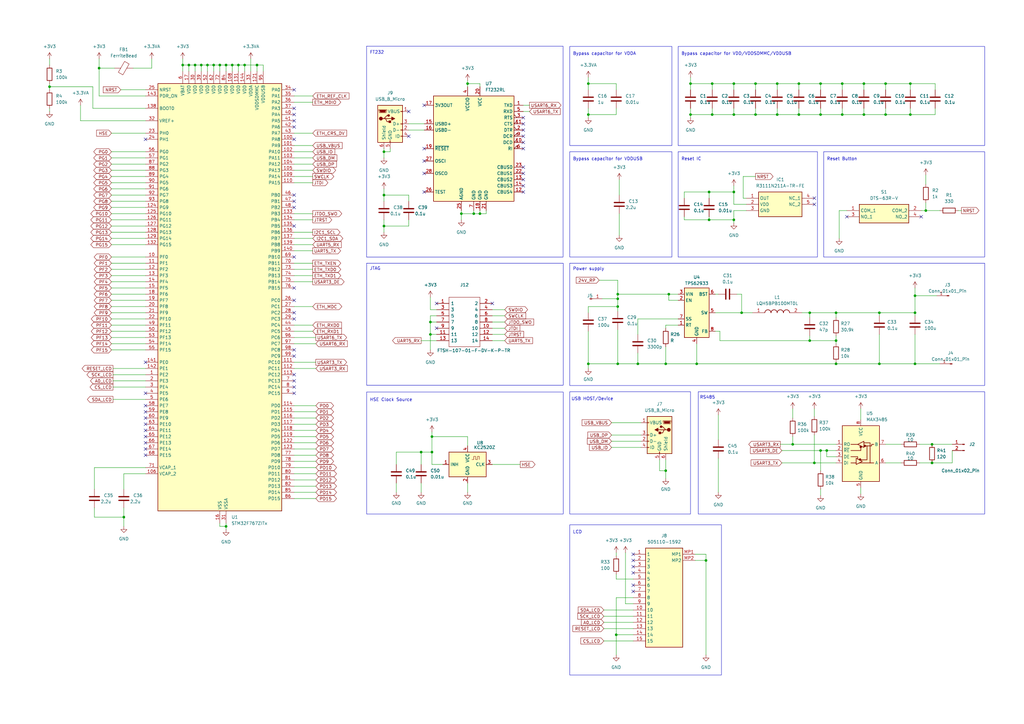
<source format=kicad_sch>
(kicad_sch (version 20231120) (generator "eeschema") (generator_version "8.0")
  (paper "A3")
  (junction (at 252.73 260.35))
  (junction (at 382.27 182.245))
  (junction (at 253.365 149.225))
  (junction (at 332.105 128.27))
  (junction (at 241.3 149.225))
  (junction (at 283.21 34.29))
  (junction (at 100.33 26.67))
  (junction (at 327.66 34.29))
  (junction (at 325.12 182.245))
  (junction (at 375.285 128.27))
  (junction (at 342.9 139.7))
  (junction (at 196.85 87.63))
  (junction (at 157.48 62.23))
  (junction (at 345.44 34.29))
  (junction (at 290.83 90.17))
  (junction (at 354.33 46.99))
  (junction (at 342.9 128.27))
  (junction (at 334.01 189.865))
  (junction (at 50.8 212.09))
  (junction (at 304.165 128.27))
  (junction (at 77.47 26.67))
  (junction (at 300.99 90.17))
  (junction (at 253.365 125.73))
  (junction (at 363.22 34.29))
  (junction (at 92.71 26.67))
  (junction (at 289.56 229.87))
  (junction (at 375.285 149.225))
  (junction (at 74.93 26.67))
  (junction (at 273.05 149.225))
  (junction (at 90.17 26.67))
  (junction (at 332.105 139.7))
  (junction (at 300.99 34.29))
  (junction (at 82.55 26.67))
  (junction (at 327.66 46.99))
  (junction (at 300.99 78.74))
  (junction (at 309.88 34.29))
  (junction (at 85.09 26.67))
  (junction (at 318.77 34.29))
  (junction (at 379.73 86.36))
  (junction (at 345.44 46.99))
  (junction (at 172.72 185.42))
  (junction (at 176.53 137.16))
  (junction (at 336.55 184.785))
  (junction (at 360.68 128.27))
  (junction (at 360.68 149.225))
  (junction (at 273.05 193.04))
  (junction (at 274.32 120.65))
  (junction (at 342.9 149.225))
  (junction (at 92.71 215.9))
  (junction (at 373.38 34.29))
  (junction (at 253.365 122.555))
  (junction (at 354.33 34.29))
  (junction (at 292.1 34.29))
  (junction (at 309.88 46.99))
  (junction (at 97.79 26.67))
  (junction (at 189.23 87.63))
  (junction (at 87.63 26.67))
  (junction (at 285.75 149.225))
  (junction (at 194.31 87.63))
  (junction (at 318.77 46.99))
  (junction (at 300.99 46.99))
  (junction (at 80.01 26.67))
  (junction (at 105.41 26.67))
  (junction (at 20.32 35.56))
  (junction (at 292.1 46.99))
  (junction (at 241.3 34.29))
  (junction (at 191.77 34.29))
  (junction (at 176.53 132.08))
  (junction (at 241.3 46.99))
  (junction (at 95.25 26.67))
  (junction (at 157.48 80.01))
  (junction (at 290.83 78.74))
  (junction (at 283.21 46.99))
  (junction (at 382.27 189.865))
  (junction (at 336.55 46.99))
  (junction (at 375.285 121.285))
  (junction (at 336.55 34.29))
  (junction (at 261.62 149.225))
  (junction (at 339.09 184.785))
  (junction (at 157.48 92.71))
  (junction (at 177.165 185.42))
  (junction (at 177.165 179.07))
  (junction (at 40.64 27.94))
  (junction (at 253.365 120.65))
  (junction (at 363.22 46.99))
  (junction (at 373.38 46.99))
  (no_connect (at 214.63 50.8))
  (no_connect (at 120.65 118.11))
  (no_connect (at 59.69 148.59))
  (no_connect (at 120.65 46.99))
  (no_connect (at 120.65 143.51))
  (no_connect (at 214.63 58.42))
  (no_connect (at 59.69 161.29))
  (no_connect (at 214.63 71.12))
  (no_connect (at 120.65 36.83))
  (no_connect (at 214.63 60.96))
  (no_connect (at 173.99 60.96))
  (no_connect (at 173.99 66.04))
  (no_connect (at 334.01 83.82))
  (no_connect (at 179.07 134.62))
  (no_connect (at 259.715 234.95))
  (no_connect (at 214.63 55.88))
  (no_connect (at 120.65 52.07))
  (no_connect (at 120.65 92.71))
  (no_connect (at 59.69 171.45))
  (no_connect (at 259.715 229.87))
  (no_connect (at 120.65 146.05))
  (no_connect (at 173.99 43.18))
  (no_connect (at 59.69 168.91))
  (no_connect (at 59.69 166.37))
  (no_connect (at 120.65 80.01))
  (no_connect (at 167.64 55.88))
  (no_connect (at 59.69 176.53))
  (no_connect (at 59.69 186.69))
  (no_connect (at 214.63 68.58))
  (no_connect (at 173.99 71.12))
  (no_connect (at 59.69 57.15))
  (no_connect (at 259.715 232.41))
  (no_connect (at 173.99 78.74))
  (no_connect (at 120.65 44.45))
  (no_connect (at 167.64 45.72))
  (no_connect (at 120.65 123.19))
  (no_connect (at 347.345 88.9))
  (no_connect (at 120.65 130.81))
  (no_connect (at 214.63 76.2))
  (no_connect (at 120.65 82.55))
  (no_connect (at 120.65 128.27))
  (no_connect (at 214.63 48.26))
  (no_connect (at 120.65 85.09))
  (no_connect (at 259.715 242.57))
  (no_connect (at 120.65 49.53))
  (no_connect (at 59.69 184.15))
  (no_connect (at 179.07 124.46))
  (no_connect (at 214.63 53.34))
  (no_connect (at 334.01 81.28))
  (no_connect (at 201.93 124.46))
  (no_connect (at 120.65 156.21))
  (no_connect (at 120.65 158.75))
  (no_connect (at 59.69 179.07))
  (no_connect (at 377.825 88.9))
  (no_connect (at 259.715 227.33))
  (no_connect (at 120.65 161.29))
  (no_connect (at 120.65 153.67))
  (no_connect (at 59.69 181.61))
  (no_connect (at 259.715 240.03))
  (no_connect (at 214.63 78.74))
  (no_connect (at 59.69 173.99))
  (no_connect (at 120.65 57.15))
  (no_connect (at 120.65 105.41))
  (no_connect (at 214.63 73.66))
  (wire (pts (xy 38.1 35.56) (xy 20.32 35.56)))
  (wire (pts (xy 373.38 46.99) (xy 363.22 46.99)))
  (wire (pts (xy 325.12 182.245) (xy 342.9 182.245)))
  (wire (pts (xy 162.56 198.12) (xy 162.56 201.93)))
  (wire (pts (xy 253.365 120.65) (xy 253.365 122.555)))
  (wire (pts (xy 181.61 190.5) (xy 177.165 190.5)))
  (wire (pts (xy 92.71 26.67) (xy 92.71 29.21)))
  (wire (pts (xy 129.54 181.61) (xy 120.65 181.61)))
  (wire (pts (xy 102.87 24.13) (xy 102.87 29.21)))
  (wire (pts (xy 50.8 194.31) (xy 50.8 200.66)))
  (wire (pts (xy 33.02 49.53) (xy 59.69 49.53)))
  (wire (pts (xy 176.53 129.54) (xy 179.07 129.54)))
  (wire (pts (xy 300.99 34.29) (xy 300.99 36.83)))
  (wire (pts (xy 383.54 34.29) (xy 383.54 36.83)))
  (wire (pts (xy 191.77 34.29) (xy 191.77 35.56)))
  (wire (pts (xy 390.525 184.785) (xy 390.525 189.865)))
  (wire (pts (xy 120.65 62.23) (xy 128.27 62.23)))
  (wire (pts (xy 129.54 151.13) (xy 120.65 151.13)))
  (wire (pts (xy 120.65 41.91) (xy 128.27 41.91)))
  (wire (pts (xy 336.55 44.45) (xy 336.55 46.99)))
  (wire (pts (xy 129.54 186.69) (xy 120.65 186.69)))
  (wire (pts (xy 241.3 149.225) (xy 253.365 149.225)))
  (wire (pts (xy 241.3 135.89) (xy 241.3 149.225)))
  (wire (pts (xy 363.22 34.29) (xy 373.38 34.29)))
  (wire (pts (xy 336.55 200.66) (xy 336.55 203.2)))
  (wire (pts (xy 74.93 24.13) (xy 74.93 26.67)))
  (wire (pts (xy 377.825 86.36) (xy 379.73 86.36)))
  (wire (pts (xy 332.105 128.27) (xy 342.9 128.27)))
  (wire (pts (xy 278.13 120.65) (xy 274.32 120.65)))
  (wire (pts (xy 54.61 27.94) (xy 62.23 27.94)))
  (wire (pts (xy 20.32 34.29) (xy 20.32 35.56)))
  (wire (pts (xy 300.99 86.36) (xy 300.99 90.17)))
  (wire (pts (xy 167.64 90.17) (xy 167.64 92.71)))
  (wire (pts (xy 247.65 252.73) (xy 259.715 252.73)))
  (wire (pts (xy 38.735 191.77) (xy 38.735 200.66)))
  (wire (pts (xy 318.77 44.45) (xy 318.77 46.99)))
  (wire (pts (xy 373.38 44.45) (xy 373.38 46.99)))
  (wire (pts (xy 300.99 76.2) (xy 300.99 78.74)))
  (wire (pts (xy 252.73 46.99) (xy 241.3 46.99)))
  (wire (pts (xy 157.48 80.01) (xy 157.48 82.55)))
  (wire (pts (xy 45.72 110.49) (xy 59.69 110.49)))
  (wire (pts (xy 176.53 137.16) (xy 176.53 132.08)))
  (wire (pts (xy 393.065 86.36) (xy 394.335 86.36)))
  (wire (pts (xy 129.54 148.59) (xy 120.65 148.59)))
  (wire (pts (xy 120.65 39.37) (xy 128.27 39.37)))
  (wire (pts (xy 160.02 60.96) (xy 160.02 62.23)))
  (wire (pts (xy 334.01 167.64) (xy 334.01 170.815)))
  (wire (pts (xy 295.275 135.89) (xy 295.275 139.7)))
  (wire (pts (xy 120.65 95.25) (xy 128.27 95.25)))
  (wire (pts (xy 283.21 34.29) (xy 283.21 36.83)))
  (wire (pts (xy 320.04 182.245) (xy 325.12 182.245)))
  (wire (pts (xy 194.31 86.36) (xy 194.31 87.63)))
  (wire (pts (xy 250.825 180.975) (xy 262.89 180.975)))
  (wire (pts (xy 342.9 149.225) (xy 342.9 148.59)))
  (wire (pts (xy 201.93 127) (xy 207.01 127)))
  (wire (pts (xy 250.825 173.355) (xy 262.89 173.355)))
  (wire (pts (xy 92.71 214.63) (xy 92.71 215.9)))
  (wire (pts (xy 247.65 250.19) (xy 259.715 250.19)))
  (wire (pts (xy 92.71 26.67) (xy 90.17 26.67)))
  (wire (pts (xy 85.09 26.67) (xy 82.55 26.67)))
  (wire (pts (xy 290.83 88.9) (xy 290.83 90.17)))
  (wire (pts (xy 280.67 81.28) (xy 280.67 78.74)))
  (wire (pts (xy 252.73 245.11) (xy 259.715 245.11)))
  (wire (pts (xy 328.93 128.27) (xy 332.105 128.27)))
  (wire (pts (xy 189.23 87.63) (xy 189.23 90.17)))
  (wire (pts (xy 120.65 140.97) (xy 129.54 140.97)))
  (wire (pts (xy 285.75 140.97) (xy 285.75 149.225)))
  (wire (pts (xy 45.72 107.95) (xy 59.69 107.95)))
  (wire (pts (xy 295.275 139.7) (xy 332.105 139.7)))
  (wire (pts (xy 252.73 46.99) (xy 252.73 44.45)))
  (wire (pts (xy 107.95 29.21) (xy 107.95 26.67)))
  (wire (pts (xy 176.53 121.92) (xy 176.53 127)))
  (wire (pts (xy 304.165 128.27) (xy 304.165 120.65)))
  (wire (pts (xy 270.51 193.04) (xy 273.05 193.04)))
  (wire (pts (xy 300.99 34.29) (xy 309.88 34.29)))
  (wire (pts (xy 45.72 138.43) (xy 59.69 138.43)))
  (wire (pts (xy 157.48 90.17) (xy 157.48 92.71)))
  (wire (pts (xy 253.365 149.225) (xy 261.62 149.225)))
  (wire (pts (xy 129.54 191.77) (xy 120.65 191.77)))
  (wire (pts (xy 327.66 34.29) (xy 327.66 36.83)))
  (wire (pts (xy 304.8 72.39) (xy 309.88 72.39)))
  (wire (pts (xy 85.09 26.67) (xy 85.09 29.21)))
  (wire (pts (xy 252.73 260.35) (xy 252.73 245.11)))
  (wire (pts (xy 261.62 130.81) (xy 278.13 130.81)))
  (wire (pts (xy 45.72 97.79) (xy 59.69 97.79)))
  (wire (pts (xy 82.55 26.67) (xy 82.55 29.21)))
  (wire (pts (xy 363.22 44.45) (xy 363.22 46.99)))
  (wire (pts (xy 254 73.66) (xy 254 80.01)))
  (wire (pts (xy 45.72 72.39) (xy 59.69 72.39)))
  (wire (pts (xy 259.715 247.65) (xy 256.54 247.65)))
  (wire (pts (xy 241.3 128.27) (xy 241.3 125.73)))
  (wire (pts (xy 363.22 34.29) (xy 363.22 36.83)))
  (wire (pts (xy 332.105 128.27) (xy 332.105 130.175)))
  (wire (pts (xy 309.88 46.99) (xy 300.99 46.99)))
  (wire (pts (xy 345.44 34.29) (xy 354.33 34.29)))
  (wire (pts (xy 38.735 212.09) (xy 50.8 212.09)))
  (wire (pts (xy 292.1 46.99) (xy 283.21 46.99)))
  (wire (pts (xy 360.68 128.27) (xy 375.285 128.27)))
  (wire (pts (xy 336.55 184.785) (xy 336.55 193.04)))
  (wire (pts (xy 129.54 204.47) (xy 120.65 204.47)))
  (wire (pts (xy 273.05 149.225) (xy 261.62 149.225)))
  (wire (pts (xy 273.05 133.35) (xy 273.05 134.62)))
  (wire (pts (xy 33.02 43.18) (xy 33.02 49.53)))
  (wire (pts (xy 74.93 26.67) (xy 77.47 26.67)))
  (wire (pts (xy 354.33 34.29) (xy 363.22 34.29)))
  (wire (pts (xy 247.015 122.555) (xy 253.365 122.555)))
  (wire (pts (xy 250.825 183.515) (xy 262.89 183.515)))
  (wire (pts (xy 293.37 135.89) (xy 295.275 135.89)))
  (wire (pts (xy 342.9 137.795) (xy 342.9 139.7)))
  (wire (pts (xy 172.72 185.42) (xy 172.72 190.5)))
  (wire (pts (xy 306.07 86.36) (xy 300.99 86.36)))
  (wire (pts (xy 45.72 115.57) (xy 59.69 115.57)))
  (wire (pts (xy 256.54 226.695) (xy 256.54 247.65)))
  (wire (pts (xy 45.72 85.09) (xy 59.69 85.09)))
  (wire (pts (xy 379.73 83.185) (xy 379.73 86.36)))
  (wire (pts (xy 300.99 78.74) (xy 300.99 83.82)))
  (wire (pts (xy 45.72 105.41) (xy 59.69 105.41)))
  (wire (pts (xy 38.735 208.28) (xy 38.735 212.09)))
  (wire (pts (xy 129.54 171.45) (xy 120.65 171.45)))
  (wire (pts (xy 45.72 80.01) (xy 59.69 80.01)))
  (wire (pts (xy 342.9 139.7) (xy 342.9 140.97)))
  (wire (pts (xy 172.72 185.42) (xy 177.165 185.42)))
  (wire (pts (xy 273.05 193.04) (xy 273.05 196.215)))
  (wire (pts (xy 50.8 212.09) (xy 50.8 215.9)))
  (wire (pts (xy 253.365 122.555) (xy 253.365 125.73)))
  (wire (pts (xy 120.65 90.17) (xy 128.27 90.17)))
  (wire (pts (xy 241.3 46.99) (xy 241.3 48.26)))
  (wire (pts (xy 241.3 149.225) (xy 241.3 151.13)))
  (wire (pts (xy 344.17 97.79) (xy 344.17 86.36)))
  (wire (pts (xy 300.99 90.17) (xy 300.99 91.44)))
  (wire (pts (xy 157.48 92.71) (xy 157.48 95.25)))
  (wire (pts (xy 334.01 189.865) (xy 320.675 189.865)))
  (wire (pts (xy 177.165 179.07) (xy 191.77 179.07)))
  (wire (pts (xy 300.99 34.29) (xy 292.1 34.29)))
  (wire (pts (xy 354.33 34.29) (xy 354.33 36.83)))
  (wire (pts (xy 199.39 87.63) (xy 196.85 87.63)))
  (wire (pts (xy 363.22 182.245) (xy 369.57 182.245)))
  (wire (pts (xy 120.65 115.57) (xy 128.27 115.57)))
  (wire (pts (xy 177.165 177.165) (xy 177.165 179.07)))
  (wire (pts (xy 250.825 178.435) (xy 262.89 178.435)))
  (wire (pts (xy 360.68 149.225) (xy 342.9 149.225)))
  (wire (pts (xy 327.66 46.99) (xy 318.77 46.99)))
  (wire (pts (xy 167.64 50.8) (xy 173.99 50.8)))
  (wire (pts (xy 342.9 187.325) (xy 339.09 187.325)))
  (wire (pts (xy 325.12 167.64) (xy 325.12 171.45)))
  (wire (pts (xy 120.65 59.69) (xy 128.27 59.69)))
  (wire (pts (xy 292.1 34.29) (xy 283.21 34.29)))
  (wire (pts (xy 129.54 194.31) (xy 120.65 194.31)))
  (wire (pts (xy 90.17 26.67) (xy 90.17 29.21)))
  (wire (pts (xy 302.26 120.65) (xy 304.165 120.65)))
  (wire (pts (xy 280.67 90.17) (xy 290.83 90.17)))
  (wire (pts (xy 45.72 118.11) (xy 59.69 118.11)))
  (wire (pts (xy 45.72 100.33) (xy 59.69 100.33)))
  (wire (pts (xy 45.72 62.23) (xy 59.69 62.23)))
  (wire (pts (xy 45.72 133.35) (xy 59.69 133.35)))
  (wire (pts (xy 252.73 237.49) (xy 259.715 237.49)))
  (wire (pts (xy 332.105 137.795) (xy 332.105 139.7)))
  (wire (pts (xy 253.365 114.935) (xy 253.365 120.65)))
  (wire (pts (xy 294.64 187.96) (xy 294.64 201.93)))
  (wire (pts (xy 87.63 26.67) (xy 87.63 29.21)))
  (wire (pts (xy 95.25 26.67) (xy 92.71 26.67)))
  (wire (pts (xy 82.55 26.67) (xy 80.01 26.67)))
  (wire (pts (xy 162.56 185.42) (xy 172.72 185.42)))
  (wire (pts (xy 245.745 114.935) (xy 253.365 114.935)))
  (wire (pts (xy 129.54 176.53) (xy 120.65 176.53)))
  (wire (pts (xy 383.54 44.45) (xy 383.54 46.99)))
  (wire (pts (xy 336.55 34.29) (xy 345.44 34.29)))
  (wire (pts (xy 382.27 182.245) (xy 390.525 182.245)))
  (wire (pts (xy 167.64 53.34) (xy 173.99 53.34)))
  (wire (pts (xy 289.56 227.33) (xy 285.115 227.33)))
  (wire (pts (xy 45.72 140.97) (xy 59.69 140.97)))
  (wire (pts (xy 45.72 125.73) (xy 59.69 125.73)))
  (wire (pts (xy 252.73 34.29) (xy 241.3 34.29)))
  (wire (pts (xy 241.3 31.75) (xy 241.3 34.29)))
  (wire (pts (xy 252.73 260.35) (xy 252.73 268.605)))
  (wire (pts (xy 160.02 62.23) (xy 157.48 62.23)))
  (wire (pts (xy 50.8 208.28) (xy 50.8 212.09)))
  (wire (pts (xy 241.3 125.73) (xy 253.365 125.73)))
  (wire (pts (xy 62.23 27.94) (xy 62.23 24.13)))
  (wire (pts (xy 363.22 46.99) (xy 354.33 46.99)))
  (wire (pts (xy 45.72 120.65) (xy 59.69 120.65)))
  (wire (pts (xy 318.77 46.99) (xy 309.88 46.99)))
  (wire (pts (xy 354.33 44.45) (xy 354.33 46.99)))
  (wire (pts (xy 325.12 179.07) (xy 325.12 182.245)))
  (wire (pts (xy 128.27 72.39) (xy 120.65 72.39)))
  (wire (pts (xy 120.65 67.31) (xy 128.27 67.31)))
  (wire (pts (xy 189.23 86.36) (xy 189.23 87.63)))
  (wire (pts (xy 334.01 178.435) (xy 334.01 189.865)))
  (wire (pts (xy 196.85 34.29) (xy 191.77 34.29)))
  (wire (pts (xy 207.01 137.16) (xy 201.93 137.16)))
  (wire (pts (xy 120.65 107.95) (xy 128.27 107.95)))
  (wire (pts (xy 100.33 26.67) (xy 97.79 26.67)))
  (wire (pts (xy 377.19 182.245) (xy 382.27 182.245)))
  (wire (pts (xy 95.25 26.67) (xy 95.25 29.21)))
  (wire (pts (xy 196.85 87.63) (xy 194.31 87.63)))
  (wire (pts (xy 327.66 44.45) (xy 327.66 46.99)))
  (wire (pts (xy 318.77 34.29) (xy 327.66 34.29)))
  (wire (pts (xy 342.9 128.27) (xy 342.9 130.175)))
  (wire (pts (xy 49.53 36.83) (xy 59.69 36.83)))
  (wire (pts (xy 280.67 78.74) (xy 290.83 78.74)))
  (wire (pts (xy 120.65 125.73) (xy 128.27 125.73)))
  (wire (pts (xy 90.17 26.67) (xy 87.63 26.67)))
  (wire (pts (xy 199.39 86.36) (xy 199.39 87.63)))
  (wire (pts (xy 292.1 44.45) (xy 292.1 46.99)))
  (wire (pts (xy 120.65 135.89) (xy 128.27 135.89)))
  (wire (pts (xy 77.47 26.67) (xy 77.47 29.21)))
  (wire (pts (xy 45.72 77.47) (xy 59.69 77.47)))
  (wire (pts (xy 214.63 43.18) (xy 217.17 43.18)))
  (wire (pts (xy 157.48 62.23) (xy 157.48 64.77)))
  (wire (pts (xy 353.06 167.64) (xy 353.06 172.085)))
  (wire (pts (xy 97.79 26.67) (xy 97.79 29.21)))
  (wire (pts (xy 383.54 46.99) (xy 373.38 46.99)))
  (wire (pts (xy 309.88 36.83) (xy 309.88 34.29)))
  (wire (pts (xy 128.27 74.93) (xy 120.65 74.93)))
  (wire (pts (xy 176.53 132.08) (xy 179.07 132.08)))
  (wire (pts (xy 120.65 87.63) (xy 128.27 87.63)))
  (wire (pts (xy 273.05 188.595) (xy 273.05 193.04)))
  (wire (pts (xy 46.355 156.21) (xy 59.69 156.21)))
  (wire (pts (xy 87.63 26.67) (xy 85.09 26.67)))
  (wire (pts (xy 172.72 139.7) (xy 179.07 139.7)))
  (wire (pts (xy 45.72 135.89) (xy 59.69 135.89)))
  (wire (pts (xy 45.72 130.81) (xy 59.69 130.81)))
  (wire (pts (xy 345.44 46.99) (xy 336.55 46.99)))
  (wire (pts (xy 377.19 189.865) (xy 382.27 189.865)))
  (wire (pts (xy 162.56 185.42) (xy 162.56 190.5)))
  (wire (pts (xy 120.65 138.43) (xy 129.54 138.43)))
  (wire (pts (xy 167.64 80.01) (xy 157.48 80.01)))
  (wire (pts (xy 247.65 262.89) (xy 259.715 262.89)))
  (wire (pts (xy 129.54 189.23) (xy 120.65 189.23)))
  (wire (pts (xy 253.365 127.635) (xy 253.365 125.73)))
  (wire (pts (xy 379.73 86.36) (xy 385.445 86.36)))
  (wire (pts (xy 191.77 179.07) (xy 191.77 182.88)))
  (wire (pts (xy 128.27 100.33) (xy 120.65 100.33)))
  (wire (pts (xy 270.51 188.595) (xy 270.51 193.04)))
  (wire (pts (xy 128.27 102.87) (xy 120.65 102.87)))
  (wire (pts (xy 278.13 123.19) (xy 274.32 123.19)))
  (wire (pts (xy 45.72 95.25) (xy 59.69 95.25)))
  (wire (pts (xy 318.77 36.83) (xy 318.77 34.29)))
  (wire (pts (xy 40.64 27.94) (xy 46.99 27.94)))
  (wire (pts (xy 300.99 46.99) (xy 292.1 46.99)))
  (wire (pts (xy 40.64 24.13) (xy 40.64 27.94)))
  (wire (pts (xy 360.68 129.54) (xy 360.68 128.27)))
  (wire (pts (xy 363.22 189.865) (xy 369.57 189.865)))
  (wire (pts (xy 285.115 229.87) (xy 289.56 229.87)))
  (wire (pts (xy 120.65 113.03) (xy 128.27 113.03)))
  (wire (pts (xy 353.06 200.025) (xy 353.06 202.565)))
  (wire (pts (xy 290.83 78.74) (xy 290.83 81.28)))
  (wire (pts (xy 375.285 149.225) (xy 385.445 149.225)))
  (wire (pts (xy 292.1 34.29) (xy 292.1 36.83)))
  (wire (pts (xy 45.72 87.63) (xy 59.69 87.63)))
  (wire (pts (xy 247.65 257.81) (xy 259.715 257.81)))
  (wire (pts (xy 59.69 191.77) (xy 38.735 191.77)))
  (wire (pts (xy 120.65 133.35) (xy 128.27 133.35)))
  (wire (pts (xy 280.67 88.9) (xy 280.67 90.17)))
  (wire (pts (xy 332.105 139.7) (xy 342.9 139.7)))
  (wire (pts (xy 309.88 44.45) (xy 309.88 46.99)))
  (wire (pts (xy 120.65 110.49) (xy 128.27 110.49)))
  (wire (pts (xy 176.53 137.16) (xy 179.07 137.16)))
  (wire (pts (xy 177.165 185.42) (xy 177.165 179.07)))
  (wire (pts (xy 201.93 132.08) (xy 207.01 132.08)))
  (wire (pts (xy 46.355 163.83) (xy 59.69 163.83)))
  (wire (pts (xy 38.1 44.45) (xy 38.1 35.56)))
  (wire (pts (xy 354.33 46.99) (xy 345.44 46.99)))
  (wire (pts (xy 45.72 54.61) (xy 59.69 54.61)))
  (wire (pts (xy 167.64 92.71) (xy 157.48 92.71)))
  (wire (pts (xy 294.64 170.18) (xy 294.64 180.34)))
  (wire (pts (xy 194.31 87.63) (xy 189.23 87.63)))
  (wire (pts (xy 90.17 214.63) (xy 90.17 215.9)))
  (wire (pts (xy 92.71 215.9) (xy 92.71 217.17)))
  (wire (pts (xy 105.41 26.67) (xy 105.41 29.21)))
  (wire (pts (xy 283.21 31.75) (xy 283.21 34.29)))
  (wire (pts (xy 120.65 97.79) (xy 128.27 97.79)))
  (wire (pts (xy 196.85 35.56) (xy 196.85 34.29)))
  (wire (pts (xy 339.09 184.785) (xy 342.9 184.785)))
  (wire (pts (xy 120.65 64.77) (xy 128.27 64.77)))
  (wire (pts (xy 207.01 139.7) (xy 201.93 139.7)))
  (wire (pts (xy 191.77 198.12) (xy 191.77 201.93)))
  (wire (pts (xy 336.55 46.99) (xy 327.66 46.99)))
  (wire (pts (xy 283.21 46.99) (xy 283.21 48.26)))
  (wire (pts (xy 375.285 137.16) (xy 375.285 149.225)))
  (wire (pts (xy 293.37 120.65) (xy 294.64 120.65)))
  (wire (pts (xy 253.365 135.255) (xy 253.365 149.225)))
  (wire (pts (xy 191.77 33.02) (xy 191.77 34.29)))
  (wire (pts (xy 129.54 184.15) (xy 120.65 184.15)))
  (wire (pts (xy 336.55 36.83) (xy 336.55 34.29)))
  (wire (pts (xy 129.54 201.93) (xy 120.65 201.93)))
  (wire (pts (xy 345.44 44.45) (xy 345.44 46.99)))
  (wire (pts (xy 45.72 128.27) (xy 59.69 128.27)))
  (wire (pts (xy 304.8 81.28) (xy 304.8 72.39)))
  (wire (pts (xy 80.01 26.67) (xy 80.01 29.21)))
  (wire (pts (xy 327.66 34.29) (xy 336.55 34.29)))
  (wire (pts (xy 46.355 151.13) (xy 59.69 151.13)))
  (wire (pts (xy 129.54 166.37) (xy 120.65 166.37)))
  (wire (pts (xy 252.73 235.585) (xy 252.73 237.49)))
  (wire (pts (xy 304.165 128.27) (xy 308.61 128.27)))
  (wire (pts (xy 196.85 86.36) (xy 196.85 87.63)))
  (wire (pts (xy 342.9 189.865) (xy 334.01 189.865)))
  (wire (pts (xy 207.01 134.62) (xy 201.93 134.62)))
  (wire (pts (xy 45.72 143.51) (xy 59.69 143.51)))
  (wire (pts (xy 129.54 179.07) (xy 120.65 179.07)))
  (wire (pts (xy 46.355 153.67) (xy 59.69 153.67)))
  (wire (pts (xy 20.32 44.45) (xy 20.32 45.72)))
  (wire (pts (xy 320.675 184.785) (xy 336.55 184.785)))
  (wire (pts (xy 336.55 184.785) (xy 339.09 184.785)))
  (wire (pts (xy 167.64 82.55) (xy 167.64 80.01)))
  (wire (pts (xy 59.69 44.45) (xy 38.1 44.45)))
  (wire (pts (xy 45.72 90.17) (xy 59.69 90.17)))
  (wire (pts (xy 45.72 69.85) (xy 59.69 69.85)))
  (wire (pts (xy 289.56 229.87) (xy 289.56 227.33)))
  (wire (pts (xy 97.79 26.67) (xy 95.25 26.67)))
  (wire (pts (xy 306.07 81.28) (xy 304.8 81.28)))
  (wire (pts (xy 278.13 133.35) (xy 273.05 133.35)))
  (wire (pts (xy 373.38 34.29) (xy 383.54 34.29)))
  (wire (pts (xy 379.73 71.755) (xy 379.73 75.565)))
  (wire (pts (xy 375.285 121.285) (xy 375.285 128.27)))
  (wire (pts (xy 129.54 173.99) (xy 120.65 173.99)))
  (wire (pts (xy 345.44 34.29) (xy 345.44 36.83)))
  (wire (pts (xy 177.165 190.5) (xy 177.165 185.42)))
  (wire (pts (xy 129.54 196.85) (xy 120.65 196.85)))
  (wire (pts (xy 247.65 255.27) (xy 259.715 255.27)))
  (wire (pts (xy 360.68 128.27) (xy 342.9 128.27)))
  (wire (pts (xy 273.05 149.225) (xy 285.75 149.225)))
  (wire (pts (xy 342.9 149.225) (xy 285.75 149.225)))
  (wire (pts (xy 293.37 128.27) (xy 304.165 128.27)))
  (wire (pts (xy 241.3 46.99) (xy 241.3 44.45)))
  (wire (pts (xy 274.32 123.19) (xy 274.32 120.65)))
  (wire (pts (xy 176.53 127) (xy 179.07 127)))
  (wire (pts (xy 157.48 77.47) (xy 157.48 80.01)))
  (wire (pts (xy 172.72 198.12) (xy 172.72 201.93)))
  (wire (pts (xy 390.525 189.865) (xy 382.27 189.865)))
  (wire (pts (xy 157.48 60.96) (xy 157.48 62.23)))
  (wire (pts (xy 360.68 137.16) (xy 360.68 149.225)))
  (wire (pts (xy 40.64 27.94) (xy 40.64 39.37)))
  (wire (pts (xy 90.17 215.9) (xy 92.71 215.9)))
  (wire (pts (xy 254 87.63) (xy 254 96.52)))
  (wire (pts (xy 100.33 26.67) (xy 100.33 29.21)))
  (wire (pts (xy 300.99 83.82) (xy 306.07 83.82)))
  (wire (pts (xy 252.73 260.35) (xy 259.715 260.35)))
  (wire (pts (xy 261.62 144.78) (xy 261.62 149.225)))
  (wire (pts (xy 339.09 187.325) (xy 339.09 184.785)))
  (wire (pts (xy 252.73 226.695) (xy 252.73 227.965)))
  (wire (pts (xy 45.72 67.31) (xy 59.69 67.31)))
  (wire (pts (xy 375.285 129.54) (xy 375.285 128.27)))
  (wire (pts (xy 45.72 113.03) (xy 59.69 113.03)))
  (wire (pts (xy 45.72 82.55) (xy 59.69 82.55)))
  (wire (pts (xy 214.63 45.72) (xy 217.17 45.72)))
  (wire (pts (xy 20.32 24.13) (xy 20.32 26.67)))
  (wire (pts (xy 300.99 44.45) (xy 300.99 46.99)))
  (wire (pts (xy 176.53 143.51) (xy 176.53 137.16)))
  (wire (pts (xy 45.72 74.93) (xy 59.69 74.93)))
  (wire (pts (xy 290.83 90.17) (xy 300.99 90.17)))
  (wire (pts (xy 40.64 39.37) (xy 59.69 39.37)))
  (wire (pts (xy 128.27 69.85) (xy 120.65 69.85)))
  (wire (pts (xy 129.54 168.91) (xy 120.65 168.91)))
  (wire (pts (xy 344.17 86.36) (xy 347.345 86.36)))
  (wire (pts (xy 373.38 34.29) (xy 373.38 36.83)))
  (wire (pts (xy 252.73 36.83) (xy 252.73 34.29)))
  (wire (pts (xy 59.69 194.31) (xy 50.8 194.31)))
  (wire (pts (xy 273.05 142.24) (xy 273.05 149.225)))
  (wire (pts (xy 375.285 118.11) (xy 375.285 121.285)))
  (wire (pts (xy 100.33 26.67) (xy 105.41 26.67)))
  (wire (pts (xy 375.285 149.225) (xy 360.68 149.225)))
  (wire (pts (xy 283.21 44.45) (xy 283.21 46.99)))
  (wire (pts (xy 45.72 123.19) (xy 59.69 123.19)))
  (wire (pts (xy 45.72 92.71) (xy 59.69 92.71)))
  (wire (pts (xy 107.95 26.67) (xy 105.41 26.67)))
  (wire (pts (xy 74.93 26.67) (xy 74.93 29.21)))
  (wire (pts (xy 207.01 129.54) (xy 201.93 129.54)))
  (wire (pts (xy 80.01 26.67) (xy 77.47 26.67)))
  (wire (pts (xy 309.88 34.29) (xy 318.77 34.29)))
  (wire (pts (xy 375.285 121.285) (xy 384.175 121.285)))
  (wire (pts (xy 241.3 34.29) (xy 241.3 36.83)))
  (wire (pts (xy 290.83 78.74) (xy 300.99 78.74)))
  (wire (pts (xy 261.62 137.16) (xy 261.62 130.81)))
  (wire (pts (xy 289.56 268.605) (xy 289.56 229.87)))
  (wire (pts (xy 20.32 35.56) (xy 20.32 36.83)))
  (wire (pts (xy 45.72 64.77) (xy 59.69 64.77)))
  (wire (pts (xy 176.53 132.08) (xy 176.53 129.54)))
  (wire (pts (xy 129.54 199.39) (xy 120.65 199.39)))
  (wire (pts (xy 46.355 158.75) (xy 59.69 158.75)))
  (wire (pts (xy 213.36 190.5) (xy 201.93 190.5)))
  (wire (pts (xy 120.65 54.61) (xy 128.27 54.61)))
  (wire (pts (xy 253.365 120.65) (xy 274.32 120.65)))
  (rectangle (start 150.368 107.95) (end 230.9876 157.988))
  (rectangle (start 233.68 62.23) (end 275.59 105.41))
  (rectangle (start 233.68 107.95) (end 403.86 158.115))
  (rectangle (start 278.13 62.23) (end 335.28 105.41))
  (rectangle (start 278.13 19.05) (end 403.86 59.69))
  (rectangle (start 286.385 160.655) (end 403.86 210.82))
  (rectangle (start 233.68 160.655) (end 283.21 210.82))
  (rectangle (start 233.68 215.265) (end 295.91 276.86))
  (rectangle (start 150.3426 18.923) (end 230.9368 105.4354))
  (rectangle (start 150.368 160.782) (end 230.9876 210.82))
  (rectangle (start 337.82 62.23) (end 403.86 105.41))
  (rectangle (start 233.68 19.05) (end 275.59 59.69))
  (text "Reset IC\n" (at 279.4 66.04 0) (effects (font (size 1.27 1.27)) (justify left bottom)))
  (text "HSE Clock Source" (at 151.638 164.846 0) (effects (font (size 1.27 1.27)) (justify left bottom)))
  (text "Bypass capacitor for VDDA" (at 234.95 22.86 0) (effects (font (size 1.27 1.27)) (justify left bottom)))
  (text "RS485" (at 287.02 163.83 0) (effects (font (size 1.27 1.27)) (justify left bottom)))
  (text "USB HOST/Device" (at 234.315 164.465 0) (effects (font (size 1.27 1.27)) (justify left bottom)))
  (text "JTAG" (at 151.638 110.998 0) (effects (font (size 1.27 1.27)) (justify left bottom)))
  (text "Bypass capacitor for VDDUSB" (at 234.95 66.04 0) (effects (font (size 1.27 1.27)) (justify left bottom)))
  (text "Bypass capacitor for VDD/VDDSDMMC/VDDUSB\n" (at 279.4 22.86 0) (effects (font (size 1.27 1.27)) (justify left bottom)))
  (text "FT232" (at 151.638 22.352 0) (effects (font (size 1.27 1.27)) (justify left bottom)))
  (text "Power supply" (at 234.95 111.125 0) (effects (font (size 1.27 1.27)) (justify left bottom)))
  (text "Reset Button\n" (at 339.09 66.04 0) (effects (font (size 1.27 1.27)) (justify left bottom)))
  (text "LCD" (at 234.95 219.075 0) (effects (font (size 1.27 1.27)) (justify left bottom)))
  (global_label "24V_RP" (shape input) (at 245.745 114.935 180) (property "Intersheetrefs" "${INTERSHEET_REFS}" (effects (hide yes))))
  (global_label "PF0" (shape bidirectional) (at 45.72 105.41 180) (property "Intersheetrefs" "${INTERSHEET_REFS}" (effects (hide yes))))
  (global_label "PG9" (shape bidirectional) (at 45.72 85.09 180) (property "Intersheetrefs" "${INTERSHEET_REFS}" (effects (hide yes))))
  (global_label "PD7" (shape bidirectional) (at 129.54 184.15 0) (property "Intersheetrefs" "${INTERSHEET_REFS}" (effects (hide yes))))
  (global_label "PF5" (shape bidirectional) (at 45.72 118.11 180) (property "Intersheetrefs" "${INTERSHEET_REFS}" (effects (hide yes))))
  (global_label "PG13" (shape bidirectional) (at 45.72 95.25 180) (property "Intersheetrefs" "${INTERSHEET_REFS}" (effects (hide yes))))
  (global_label "NRST" (shape input) (at 49.53 36.83 180) (property "Intersheetrefs" "${INTERSHEET_REFS}" (effects (hide yes))))
  (global_label "USART3_TX" (shape output) (at 129.54 148.59 0) (property "Intersheetrefs" "${INTERSHEET_REFS}" (effects (hide yes))))
  (global_label "PD5" (shape bidirectional) (at 129.54 179.07 0) (property "Intersheetrefs" "${INTERSHEET_REFS}" (effects (hide yes))))
  (global_label "PF14" (shape bidirectional) (at 45.72 140.97 180) (property "Intersheetrefs" "${INTERSHEET_REFS}" (effects (hide yes))))
  (global_label "PD8" (shape bidirectional) (at 129.54 186.69 0) (property "Intersheetrefs" "${INTERSHEET_REFS}" (effects (hide yes))))
  (global_label "PG8" (shape bidirectional) (at 45.72 82.55 180) (property "Intersheetrefs" "${INTERSHEET_REFS}" (effects (hide yes))))
  (global_label "PG3" (shape bidirectional) (at 45.72 69.85 180) (property "Intersheetrefs" "${INTERSHEET_REFS}" (effects (hide yes))))
  (global_label "I2C1_SDA" (shape bidirectional) (at 128.27 97.79 0) (property "Intersheetrefs" "${INTERSHEET_REFS}" (effects (hide yes))))
  (global_label "ETH_CRS_DV" (shape input) (at 128.27 54.61 0) (property "Intersheetrefs" "${INTERSHEET_REFS}" (effects (hide yes))))
  (global_label "CS_LCD" (shape output) (at 46.355 158.75 180) (property "Intersheetrefs" "${INTERSHEET_REFS}" (effects (hide yes))))
  (global_label "JTDI" (shape output) (at 128.27 74.93 0) (property "Intersheetrefs" "${INTERSHEET_REFS}" (effects (hide yes))))
  (global_label "PG14" (shape bidirectional) (at 45.72 97.79 180) (property "Intersheetrefs" "${INTERSHEET_REFS}" (effects (hide yes))))
  (global_label "RESET_LCD" (shape input) (at 247.65 257.81 180) (property "Intersheetrefs" "${INTERSHEET_REFS}" (effects (hide yes))))
  (global_label "PF9" (shape bidirectional) (at 45.72 128.27 180) (property "Intersheetrefs" "${INTERSHEET_REFS}" (effects (hide yes))))
  (global_label "ETH_REF_CLK" (shape input) (at 128.27 39.37 0) (property "Intersheetrefs" "${INTERSHEET_REFS}" (effects (hide yes))))
  (global_label "SWCLK" (shape input) (at 207.01 129.54 0) (property "Intersheetrefs" "${INTERSHEET_REFS}" (effects (hide yes))))
  (global_label "PG6" (shape bidirectional) (at 45.72 77.47 180) (property "Intersheetrefs" "${INTERSHEET_REFS}" (effects (hide yes))))
  (global_label "PD9" (shape bidirectional) (at 129.54 189.23 0) (property "Intersheetrefs" "${INTERSHEET_REFS}" (effects (hide yes))))
  (global_label "UART5_RX" (shape input) (at 128.27 100.33 0) (property "Intersheetrefs" "${INTERSHEET_REFS}" (effects (hide yes))))
  (global_label "JTDO_SWO" (shape input) (at 207.01 132.08 0) (property "Intersheetrefs" "${INTERSHEET_REFS}" (effects (hide yes))))
  (global_label "SWDIO" (shape bidirectional) (at 207.01 127 0) (property "Intersheetrefs" "${INTERSHEET_REFS}" (effects (hide yes))))
  (global_label "ETH_MDIO" (shape output) (at 128.27 41.91 0) (property "Intersheetrefs" "${INTERSHEET_REFS}" (effects (hide yes))))
  (global_label "PG5" (shape bidirectional) (at 45.72 74.93 180) (property "Intersheetrefs" "${INTERSHEET_REFS}" (effects (hide yes))))
  (global_label "A0_LCD" (shape input) (at 247.65 255.27 180) (property "Intersheetrefs" "${INTERSHEET_REFS}" (effects (hide yes))))
  (global_label "PG4" (shape bidirectional) (at 45.72 72.39 180) (property "Intersheetrefs" "${INTERSHEET_REFS}" (effects (hide yes))))
  (global_label "PD11" (shape bidirectional) (at 129.54 194.31 0) (property "Intersheetrefs" "${INTERSHEET_REFS}" (effects (hide yes))))
  (global_label "PG2" (shape bidirectional) (at 45.72 67.31 180) (property "Intersheetrefs" "${INTERSHEET_REFS}" (effects (hide yes))))
  (global_label "USB_ID" (shape input) (at 128.27 62.23 0) (property "Intersheetrefs" "${INTERSHEET_REFS}" (effects (hide yes))))
  (global_label "SCK_LCD" (shape input) (at 247.65 252.73 180) (property "Intersheetrefs" "${INTERSHEET_REFS}" (effects (hide yes))))
  (global_label "ETH_TXD1" (shape output) (at 128.27 113.03 0) (property "Intersheetrefs" "${INTERSHEET_REFS}" (effects (hide yes))))
  (global_label "PF11" (shape bidirectional) (at 45.72 133.35 180) (property "Intersheetrefs" "${INTERSHEET_REFS}" (effects (hide yes))))
  (global_label "PD12" (shape bidirectional) (at 129.54 196.85 0) (property "Intersheetrefs" "${INTERSHEET_REFS}" (effects (hide yes))))
  (global_label "JTRST" (shape input) (at 207.01 137.16 0) (property "Intersheetrefs" "${INTERSHEET_REFS}" (effects (hide yes))))
  (global_label "NRST" (shape output) (at 309.88 72.39 0) (property "Intersheetrefs" "${INTERSHEET_REFS}" (effects (hide yes))))
  (global_label "PD4" (shape bidirectional) (at 129.54 176.53 0) (property "Intersheetrefs" "${INTERSHEET_REFS}" (effects (hide yes))))
  (global_label "PG0" (shape bidirectional) (at 45.72 62.23 180) (property "Intersheetrefs" "${INTERSHEET_REFS}" (effects (hide yes))))
  (global_label "SDA_LCD" (shape output) (at 46.355 163.83 180) (property "Intersheetrefs" "${INTERSHEET_REFS}" (effects (hide yes))))
  (global_label "HSE" (shape input) (at 45.72 54.61 180) (property "Intersheetrefs" "${INTERSHEET_REFS}" (effects (hide yes))))
  (global_label "USB_VBUS" (shape input) (at 128.27 59.69 0) (property "Intersheetrefs" "${INTERSHEET_REFS}" (effects (hide yes))))
  (global_label "ETH_RXD0" (shape input) (at 128.27 133.35 0) (property "Intersheetrefs" "${INTERSHEET_REFS}" (effects (hide yes))))
  (global_label "PD3" (shape bidirectional) (at 129.54 173.99 0) (property "Intersheetrefs" "${INTERSHEET_REFS}" (effects (hide yes))))
  (global_label "ETH_MDC" (shape bidirectional) (at 128.27 125.73 0) (property "Intersheetrefs" "${INTERSHEET_REFS}" (effects (hide yes))))
  (global_label "PD13" (shape bidirectional) (at 129.54 199.39 0) (property "Intersheetrefs" "${INTERSHEET_REFS}" (effects (hide yes))))
  (global_label "PD2" (shape bidirectional) (at 129.54 171.45 0) (property "Intersheetrefs" "${INTERSHEET_REFS}" (effects (hide yes))))
  (global_label "PF10" (shape bidirectional) (at 45.72 130.81 180) (property "Intersheetrefs" "${INTERSHEET_REFS}" (effects (hide yes))))
  (global_label "USART3_DE" (shape output) (at 128.27 115.57 0) (property "Intersheetrefs" "${INTERSHEET_REFS}" (effects (hide yes))))
  (global_label "PF3" (shape bidirectional) (at 45.72 113.03 180) (property "Intersheetrefs" "${INTERSHEET_REFS}" (effects (hide yes))))
  (global_label "UART5_TX" (shape input) (at 207.01 139.7 0) (property "Intersheetrefs" "${INTERSHEET_REFS}" (effects (hide yes))))
  (global_label "PF1" (shape bidirectional) (at 45.72 107.95 180) (property "Intersheetrefs" "${INTERSHEET_REFS}" (effects (hide yes))))
  (global_label "SDA_LCD" (shape input) (at 247.65 250.19 180) (property "Intersheetrefs" "${INTERSHEET_REFS}" (effects (hide yes))))
  (global_label "USB_DM" (shape input) (at 250.825 180.975 180) (property "Intersheetrefs" "${INTERSHEET_REFS}" (effects (hide yes))))
  (global_label "USART6_RX" (shape input) (at 129.54 140.97 0) (property "Intersheetrefs" "${INTERSHEET_REFS}" (effects (hide yes))))
  (global_label "PD15" (shape bidirectional) (at 129.54 204.47 0) (property "Intersheetrefs" "${INTERSHEET_REFS}" (effects (hide yes))))
  (global_label "PF6" (shape bidirectional) (at 45.72 120.65 180) (property "Intersheetrefs" "${INTERSHEET_REFS}" (effects (hide yes))))
  (global_label "USART3_TX" (shape input) (at 320.675 189.865 180) (property "Intersheetrefs" "${INTERSHEET_REFS}" (effects (hide yes))))
  (global_label "ETH_RXD1" (shape input) (at 128.27 135.89 0) (property "Intersheetrefs" "${INTERSHEET_REFS}" (effects (hide yes))))
  (global_label "UART5_TX" (shape output) (at 128.27 102.87 0) (property "Intersheetrefs" "${INTERSHEET_REFS}" (effects (hide yes))))
  (global_label "JTRST" (shape output) (at 128.27 90.17 0) (property "Intersheetrefs" "${INTERSHEET_REFS}" (effects (hide yes))))
  (global_label "NRST" (shape output) (at 394.335 86.36 0) (property "Intersheetrefs" "${INTERSHEET_REFS}" (effects (hide yes))))
  (global_label "JTDI" (shape input) (at 207.01 134.62 0) (property "Intersheetrefs" "${INTERSHEET_REFS}" (effects (hide yes))))
  (global_label "USB_VBUS" (shape input) (at 250.825 173.355 180) (property "Intersheetrefs" "${INTERSHEET_REFS}" (effects (hide yes))))
  (global_label "PG15" (shape bidirectional) (at 45.72 100.33 180) (property "Intersheetrefs" "${INTERSHEET_REFS}" (effects (hide yes))))
  (global_label "PF8" (shape bidirectional) (at 45.72 125.73 180) (property "Intersheetrefs" "${INTERSHEET_REFS}" (effects (hide yes))))
  (global_label "PG12" (shape bidirectional) (at 45.72 92.71 180) (property "Intersheetrefs" "${INTERSHEET_REFS}" (effects (hide yes))))
  (global_label "USART6_TX" (shape output) (at 129.54 138.43 0) (property "Intersheetrefs" "${INTERSHEET_REFS}" (effects (hide yes))))
  (global_label "RESET_LCD" (shape output) (at 46.355 151.13 180) (property "Intersheetrefs" "${INTERSHEET_REFS}" (effects (hide yes))))
  (global_label "CS_LCD" (shape input) (at 247.65 262.89 180) (property "Intersheetrefs" "${INTERSHEET_REFS}" (effects (hide yes))))
  (global_label "PG7" (shape bidirectional) (at 45.72 80.01 180) (property "Intersheetrefs" "${INTERSHEET_REFS}" (effects (hide yes))))
  (global_label "SWCLK" (shape output) (at 128.27 72.39 0) (property "Intersheetrefs" "${INTERSHEET_REFS}" (effects (hide yes))))
  (global_label "USB_DM" (shape input) (at 128.27 64.77 0) (property "Intersheetrefs" "${INTERSHEET_REFS}" (effects (hide yes))))
  (global_label "ETH_TXD0" (shape output) (at 128.27 110.49 0) (property "Intersheetrefs" "${INTERSHEET_REFS}" (effects (hide yes))))
  (global_label "PD14" (shape bidirectional) (at 129.54 201.93 0) (property "Intersheetrefs" "${INTERSHEET_REFS}" (effects (hide yes))))
  (global_label "SCK_LCD" (shape output) (at 46.355 153.67 180) (property "Intersheetrefs" "${INTERSHEET_REFS}" (effects (hide yes))))
  (global_label "PF13" (shape bidirectional) (at 45.72 138.43 180) (property "Intersheetrefs" "${INTERSHEET_REFS}" (effects (hide yes))))
  (global_label "HSE" (shape output) (at 213.36 190.5 0) (property "Intersheetrefs" "${INTERSHEET_REFS}" (effects (hide yes))))
  (global_label "USB_DP" (shape input) (at 250.825 178.435 180) (property "Intersheetrefs" "${INTERSHEET_REFS}" (effects (hide yes))))
  (global_label "USB_DP" (shape input) (at 128.27 67.31 0) (property "Intersheetrefs" "${INTERSHEET_REFS}" (effects (hide yes))))
  (global_label "JTDO_SWO" (shape output) (at 128.27 87.63 0) (property "Intersheetrefs" "${INTERSHEET_REFS}" (effects (hide yes))))
  (global_label "PF4" (shape bidirectional) (at 45.72 115.57 180) (property "Intersheetrefs" "${INTERSHEET_REFS}" (effects (hide yes))))
  (global_label "PD1" (shape bidirectional) (at 129.54 168.91 0) (property "Intersheetrefs" "${INTERSHEET_REFS}" (effects (hide yes))))
  (global_label "USART3_DE" (shape input) (at 320.675 184.785 180) (property "Intersheetrefs" "${INTERSHEET_REFS}" (effects (hide yes))))
  (global_label "A0_LCD" (shape output) (at 46.355 156.21 180) (property "Intersheetrefs" "${INTERSHEET_REFS}" (effects (hide yes))))
  (global_label "PD0" (shape bidirectional) (at 129.54 166.37 0) (property "Intersheetrefs" "${INTERSHEET_REFS}" (effects (hide yes))))
  (global_label "USART3_RX" (shape input) (at 129.54 151.13 0) (property "Intersheetrefs" "${INTERSHEET_REFS}" (effects (hide yes))))
  (global_label "USART6_RX" (shape output) (at 217.17 43.18 0) (property "Intersheetrefs" "${INTERSHEET_REFS}" (effects (hide yes))))
  (global_label "SWDIO" (shape bidirectional) (at 128.27 69.85 0) (property "Intersheetrefs" "${INTERSHEET_REFS}" (effects (hide yes))))
  (global_label "I2C1_SCL" (shape output) (at 128.27 95.25 0) (property "Intersheetrefs" "${INTERSHEET_REFS}" (effects (hide yes))))
  (global_label "USART3_RX" (shape output) (at 320.04 182.245 180) (property "Intersheetrefs" "${INTERSHEET_REFS}" (effects (hide yes))))
  (global_label "PD6" (shape bidirectional) (at 129.54 181.61 0) (property "Intersheetrefs" "${INTERSHEET_REFS}" (effects (hide yes))))
  (global_label "PG11" (shape bidirectional) (at 45.72 90.17 180) (property "Intersheetrefs" "${INTERSHEET_REFS}" (effects (hide yes))))
  (global_label "PF15" (shape bidirectional) (at 45.72 143.51 180) (property "Intersheetrefs" "${INTERSHEET_REFS}" (effects (hide yes))))
  (global_label "UART5_RX" (shape output) (at 172.72 139.7 180) (property "Intersheetrefs" "${INTERSHEET_REFS}" (effects (hide yes))))
  (global_label "PG10" (shape bidirectional) (at 45.72 87.63 180) (property "Intersheetrefs" "${INTERSHEET_REFS}" (effects (hide yes))))
  (global_label "USART6_TX" (shape input) (at 217.17 45.72 0) (property "Intersheetrefs" "${INTERSHEET_REFS}" (effects (hide yes))))
  (global_label "PD10" (shape bidirectional) (at 129.54 191.77 0) (property "Intersheetrefs" "${INTERSHEET_REFS}" (effects (hide yes))))
  (global_label "PG1" (shape bidirectional) (at 45.72 64.77 180) (property "Intersheetrefs" "${INTERSHEET_REFS}" (effects (hide yes))))
  (global_label "PF7" (shape bidirectional) (at 45.72 123.19 180) (property "Intersheetrefs" "${INTERSHEET_REFS}" (effects (hide yes))))
  (global_label "ETH_TXEN" (shape output) (at 128.27 107.95 0) (property "Intersheetrefs" "${INTERSHEET_REFS}" (effects (hide yes))))
  (global_label "PF2" (shape bidirectional) (at 45.72 110.49 180) (property "Intersheetrefs" "${INTERSHEET_REFS}" (effects (hide yes))))
  (global_label "PF12" (shape bidirectional) (at 45.72 135.89 180) (property "Intersheetrefs" "${INTERSHEET_REFS}" (effects (hide yes))))
  (global_label "USB_ID" (shape input) (at 250.825 183.515 180) (property "Intersheetrefs" "${INTERSHEET_REFS}" (effects (hide yes))))
  (symbol (lib_id "power:GND") (at 189.23 90.17 0) (unit 1)
    (property "Reference" "#PWR066" (effects (hide yes)))
    (property "Value" "GND" (at 189.23 95.25 0))
  )
  (symbol (lib_id "Connector:Conn_01x01_Pin") (at 389.255 121.285 180) (unit 1)
    (property "Reference" "J3" (at 388.62 116.84 0))
    (property "Value" "Conn_01x01_Pin" (at 388.62 119.38 0))
    (property "Footprint" "Connector_PinHeader_2.54mm:PinHeader_1x01_P2.54mm_Vertical" (effects (hide yes)))
  )
  (symbol (lib_id "Device:R") (at 20.32 40.64 180) (unit 1)
    (property "Reference" "R4" (at 22.86 39.37 0) (effects (justify right)))
    (property "Value" "100k" (at 22.86 41.91 0) (effects (justify right)))
    (property "Footprint" "Resistor_SMD:R_0603_1608Metric_Pad0.98x0.95mm_HandSolder" (effects (hide yes)))
  )
  (symbol (lib_id "power:+3V3") (at 20.32 24.13 0) (unit 1)
    (property "Reference" "#PWR011" (effects (hide yes)))
    (property "Value" "+3V3" (at 20.32 19.05 0))
  )
  (symbol (lib_id "Interface_UART:MAX3485") (at 353.06 184.785 0) (unit 1)
    (property "Reference" "U5" (at 355.2541 169.545 0) (effects (justify left)))
    (property "Value" "MAX3485" (at 355.2541 172.085 0) (effects (justify left)))
    (property "Footprint" "Package_SO:SOIC-8_3.9x4.9mm_P1.27mm" (effects (hide yes)))
    (property "Datasheet" "https://datasheets.maximintegrated.com/en/ds/MAX3483-MAX3491.pdf" (effects (hide yes)))
  )
  (symbol (lib_id "power:+3V3") (at 375.285 118.11 0) (unit 1)
    (property "Reference" "#PWR038" (effects (hide yes)))
    (property "Value" "+3V3" (at 375.285 113.03 0))
  )
  (symbol (lib_id "power:GND") (at 353.06 202.565 0) (unit 1)
    (property "Reference" "#PWR046" (effects (hide yes)))
    (property "Value" "GND" (at 353.06 207.645 0))
  )
  (symbol (lib_id "power:+3V3") (at 176.53 121.92 0) (unit 1)
    (property "Reference" "#PWR076" (effects (hide yes)))
    (property "Value" "+3V3" (at 176.53 116.84 0))
  )
  (symbol (lib_id "Device:R") (at 342.9 144.78 0) (unit 1)
    (property "Reference" "R28" (at 344.805 143.51 0) (effects (justify left)))
    (property "Value" "10k" (at 344.805 146.05 0) (effects (justify left)))
    (property "Footprint" "Resistor_SMD:R_0603_1608Metric_Pad0.98x0.95mm_HandSolder" (effects (hide yes)))
  )
  (symbol (lib_id "power:GND") (at 289.56 268.605 0) (unit 1)
    (property "Reference" "#PWR053" (effects (hide yes)))
    (property "Value" "GND" (at 289.56 273.685 0))
  )
  (symbol (lib_id "Device:C") (at 318.77 40.64 0) (unit 1)
    (property "Reference" "C5" (at 322.58 39.3699 0) (effects (justify left)))
    (property "Value" "0.1u" (at 322.58 41.9099 0) (effects (justify left)))
    (property "Footprint" "Capacitor_SMD:C_0402_1005Metric_Pad0.74x0.62mm_HandSolder" (effects (hide yes)))
    (property "Description" "Unpolarized capacitor" (effects (hide yes)))
  )
  (symbol (lib_id "Oscillator:KC2520Z") (at 191.77 190.5 0) (unit 1)
    (property "Reference" "U8" (at 196.85 181.61 0))
    (property "Value" "KC2520Z" (at 198.755 183.515 0))
    (property "Footprint" "Oscillator:Oscillator_SMD_Kyocera_KC2520Z-4Pin_2.5x2.0mm" (effects (hide yes)))
    (property "Datasheet" "https://global.kyocera.com/prdct/electro/product/pdf/clock_z_xz_e.pdf" (effects (hide yes)))
  )
  (symbol (lib_id "power:GND") (at 157.48 95.25 0) (unit 1)
    (property "Reference" "#PWR065" (effects (hide yes)))
    (property "Value" "GND" (at 157.48 100.33 0))
  )
  (symbol (lib_id "Device:C") (at 261.62 140.97 0) (unit 1)
    (property "Reference" "C30" (at 265.43 139.7 0) (effects (justify left)))
    (property "Value" "3300p" (at 265.43 142.24 0) (effects (justify left)))
    (property "Footprint" "Capacitor_SMD:C_0603_1608Metric_Pad1.08x0.95mm_HandSolder" (effects (hide yes)))
  )
  (symbol (lib_id "Mouser:LQH5BPB100MT0L") (at 308.61 128.27 0) (unit 1)
    (property "Reference" "L1" (at 318.77 121.92 0))
    (property "Value" "LQH5BPB100MT0L" (at 318.77 124.46 0))
    (property "Footprint" "LQH5BPB100MT0L" (effects (hide yes)))
    (property "Datasheet" "https://psearch.en.murata.com/inductor/product/LQH5BPB100MT0%23.html" (effects (hide yes)))
    (property "Height" "2.2" (effects (hide yes)))
    (property "Mouser Part Number" "81-LQH5BPB100MT0L" (effects (hide yes)))
    (property "Mouser Price/Stock" "https://www.mouser.co.uk/ProductDetail/Murata-Electronics/LQH5BPB100MT0L?qs=hNud%2FORuBR2eSUAobsF5Ww%3D%3D" (effects (hide yes)))
    (property "Manufacturer_Name" "Murata Electronics" (effects (hide yes)))
    (property "Manufacturer_Part_Number" "LQH5BPB100MT0L" (effects (hide yes)))
  )
  (symbol (lib_id "Device:C") (at 363.22 40.64 0) (unit 1)
    (property "Reference" "C10" (at 367.03 39.3699 0) (effects (justify left)))
    (property "Value" "0.1u" (at 367.03 41.9099 0) (effects (justify left)))
    (property "Footprint" "Capacitor_SMD:C_0402_1005Metric_Pad0.74x0.62mm_HandSolder" (effects (hide yes)))
    (property "Description" "Unpolarized capacitor" (effects (hide yes)))
  )
  (symbol (lib_id "Device:C") (at 172.72 194.31 0) (unit 1)
    (property "Reference" "C50" (at 176.53 193.0399 0) (effects (justify left)))
    (property "Value" "0.01u" (at 176.53 195.5799 0) (effects (justify left)))
    (property "Footprint" "Capacitor_SMD:C_0402_1005Metric_Pad0.74x0.62mm_HandSolder" (effects (hide yes)))
    (property "Description" "Unpolarized capacitor" (effects (hide yes)))
  )
  (symbol (lib_id "Device:C") (at 290.83 85.09 0) (unit 1)
    (property "Reference" "C15" (at 294.64 83.8199 0) (effects (justify left)))
    (property "Value" "0.01u" (at 294.64 86.3599 0) (effects (justify left)))
    (property "Footprint" "Capacitor_SMD:C_0402_1005Metric_Pad0.74x0.62mm_HandSolder" (effects (hide yes)))
    (property "Description" "Unpolarized capacitor" (effects (hide yes)))
  )
  (symbol (lib_id "Device:FerriteBead") (at 50.8 27.94 90) (unit 1)
    (property "Reference" "FB1" (at 50.7492 20.32 90))
    (property "Value" "FerriteBead" (at 50.7492 22.86 90))
    (property "Footprint" "Inductor_SMD:L_0603_1608Metric_Pad1.05x0.95mm_HandSolder" (effects (hide yes)))
  )
  (symbol (lib_id "Device:C") (at 292.1 40.64 0) (unit 1)
    (property "Reference" "C2" (at 295.91 39.3699 0) (effects (justify left)))
    (property "Value" "0.1u" (at 295.91 41.9099 0) (effects (justify left)))
    (property "Footprint" "Capacitor_SMD:C_0402_1005Metric_Pad0.74x0.62mm_HandSolder" (effects (hide yes)))
    (property "Description" "Unpolarized capacitor" (effects (hide yes)))
  )
  (symbol (lib_id "power:GND") (at 252.73 268.605 0) (unit 1)
    (property "Reference" "#PWR044" (effects (hide yes)))
    (property "Value" "GND" (at 252.73 273.685 0))
  )
  (symbol (lib_id "Device:R") (at 373.38 182.245 90) (unit 1)
    (property "Reference" "R39" (at 373.38 178.435 90))
    (property "Value" "10" (at 373.38 180.34 90))
    (property "Footprint" "Resistor_SMD:R_0603_1608Metric_Pad0.98x0.95mm_HandSolder" (effects (hide yes)))
  )
  (symbol (lib_id "Device:C") (at 373.38 40.64 0) (unit 1)
    (property "Reference" "C11" (at 377.19 39.3699 0) (effects (justify left)))
    (property "Value" "0.1u" (at 377.19 41.9099 0) (effects (justify left)))
    (property "Footprint" "Capacitor_SMD:C_0402_1005Metric_Pad0.74x0.62mm_HandSolder" (effects (hide yes)))
    (property "Description" "Unpolarized capacitor" (effects (hide yes)))
  )
  (symbol (lib_id "Device:R") (at 373.38 189.865 90) (unit 1)
    (property "Reference" "R40" (at 373.38 186.055 90))
    (property "Value" "10" (at 373.38 187.96 90))
    (property "Footprint" "Resistor_SMD:R_0603_1608Metric_Pad0.98x0.95mm_HandSolder" (effects (hide yes)))
  )
  (symbol (lib_id "Regulator_Switching:TPS62933") (at 285.75 128.27 0) (unit 1)
    (property "Reference" "U4" (at 285.75 113.665 0))
    (property "Value" "TPS62933" (at 285.75 116.205 0))
    (property "Footprint" "Package_TO_SOT_SMD:SOT-583-8" (effects (hide yes)))
    (property "Datasheet" "https://www.ti.com/lit/ds/symlink/tps62933.pdf" (effects (hide yes)))
  )
  (symbol (lib_id "Device:C") (at 38.735 204.47 0) (unit 1)
    (property "Reference" "C35" (at 42.545 203.2 0) (effects (justify left)))
    (property "Value" "2.2u" (at 41.275 205.74 0) (effects (justify left)))
    (property "Footprint" "Capacitor_SMD:C_0603_1608Metric_Pad1.08x0.95mm_HandSolder" (effects (hide yes)))
  )
  (symbol (lib_id "power:GND") (at 50.8 215.9 0) (unit 1)
    (property "Reference" "#PWR039" (effects (hide yes)))
    (property "Value" "GND" (at 50.8 220.98 0))
  )
  (symbol (lib_id "power:+3V3") (at 294.64 170.18 0) (unit 1)
    (property "Reference" "#PWR048" (effects (hide yes)))
    (property "Value" "+3V3" (at 294.64 165.1 0))
  )
  (symbol (lib_id "Device:R") (at 334.01 174.625 0) (unit 1)
    (property "Reference" "R37" (at 335.915 173.355 0) (effects (justify left)))
    (property "Value" "100k" (at 335.915 175.895 0) (effects (justify left)))
    (property "Footprint" "Resistor_SMD:R_0603_1608Metric_Pad0.98x0.95mm_HandSolder" (effects (hide yes)))
  )
  (symbol (lib_id "Device:C") (at 354.33 40.64 0) (unit 1)
    (property "Reference" "C9" (at 358.14 39.3699 0) (effects (justify left)))
    (property "Value" "0.1u" (at 358.14 41.9099 0) (effects (justify left)))
    (property "Footprint" "Capacitor_SMD:C_0402_1005Metric_Pad0.74x0.62mm_HandSolder" (effects (hide yes)))
    (property "Description" "Unpolarized capacitor" (effects (hide yes)))
  )
  (symbol (lib_id "Connector:Conn_01x01_Pin") (at 241.935 122.555 0) (unit 1)
    (property "Reference" "J5" (at 241.935 121.285 0))
    (property "Value" "Conn_01x01_Pin" (effects (hide yes)))
    (property "Footprint" "Connector_PinHeader_2.54mm:PinHeader_1x01_P2.54mm_Vertical" (effects (hide yes)))
  )
  (symbol (lib_id "Device:C") (at 167.64 86.36 0) (unit 1)
    (property "Reference" "C39" (at 171.45 85.09 0) (effects (justify left)))
    (property "Value" "0.1u" (at 170.18 87.63 0) (effects (justify left)))
    (property "Footprint" "Capacitor_SMD:C_0603_1608Metric_Pad1.08x0.95mm_HandSolder" (effects (hide yes)))
  )
  (symbol (lib_id "Device:C") (at 157.48 86.36 0) (unit 1)
    (property "Reference" "C38" (at 161.29 85.09 0) (effects (justify left)))
    (property "Value" "0.1u" (at 160.02 87.63 0) (effects (justify left)))
    (property "Footprint" "Capacitor_SMD:C_0603_1608Metric_Pad1.08x0.95mm_HandSolder" (effects (hide yes)))
  )
  (symbol (lib_id "Device:C") (at 375.285 133.35 0) (unit 1)
    (property "Reference" "C34" (at 379.095 132.08 0) (effects (justify left)))
    (property "Value" "100u" (at 379.095 134.62 0) (effects (justify left)))
    (property "Footprint" "Capacitor_SMD:C_Elec_8x10.2" (effects (hide yes)))
  )
  (symbol (lib_id "Device:C") (at 309.88 40.64 0) (unit 1)
    (property "Reference" "C4" (at 313.69 39.3699 0) (effects (justify left)))
    (property "Value" "0.1u" (at 313.69 41.9099 0) (effects (justify left)))
    (property "Footprint" "Capacitor_SMD:C_0402_1005Metric_Pad0.74x0.62mm_HandSolder" (effects (hide yes)))
    (property "Description" "Unpolarized capacitor" (effects (hide yes)))
  )
  (symbol (lib_id "Device:C") (at 383.54 40.64 0) (unit 1)
    (property "Reference" "C12" (at 387.35 39.3699 0) (effects (justify left)))
    (property "Value" "0.1u" (at 387.35 41.9099 0) (effects (justify left)))
    (property "Footprint" "Capacitor_SMD:C_0402_1005Metric_Pad0.74x0.62mm_HandSolder" (effects (hide yes)))
    (property "Description" "Unpolarized capacitor" (effects (hide yes)))
  )
  (symbol (lib_id "Mouser:DTS-63R-V") (at 347.345 86.36 0) (unit 1)
    (property "Reference" "S1" (at 362.585 78.74 0))
    (property "Value" "DTS-63R-V" (at 362.585 81.28 0))
    (property "Footprint" "DTS63RV" (effects (hide yes)))
    (property "Datasheet" "https://componentsearchengine.com/Datasheets/1/DTS-63R-V.pdf" (effects (hide yes)))
    (property "Height" "7" (effects (hide yes)))
    (property "Mouser Part Number" "113-DTS63RV" (effects (hide yes)))
    (property "Mouser Price/Stock" "https://www.mouser.co.uk/ProductDetail/Diptronics/DTS-63R-V?qs=MLItCLRbWsyY1s50nuyOhg%3D%3D" (effects (hide yes)))
    (property "Manufacturer_Name" "Diptronics" (effects (hide yes)))
    (property "Manufacturer_Part_Number" "DTS-63R-V" (effects (hide yes)))
  )
  (symbol (lib_id "power:+3.3VA") (at 241.3 31.75 0) (unit 1)
    (property "Reference" "#PWR015" (effects (hide yes)))
    (property "Value" "+3.3VA" (at 241.3 26.67 0))
  )
  (symbol (lib_id "power:+3V3") (at 177.165 177.165 0) (unit 1)
    (property "Reference" "#PWR084" (effects (hide yes)))
    (property "Value" "+3V3" (at 177.165 172.085 0))
  )
  (symbol (lib_id "Device:R") (at 379.73 79.375 180) (unit 1)
    (property "Reference" "R2" (at 382.27 78.105 0) (effects (justify right)))
    (property "Value" "1k" (at 382.27 80.645 0) (effects (justify right)))
    (property "Footprint" "Resistor_SMD:R_0603_1608Metric_Pad0.98x0.95mm_HandSolder" (effects (hide yes)))
  )
  (symbol (lib_id "Device:R") (at 20.32 30.48 180) (unit 1)
    (property "Reference" "R3" (at 22.86 29.21 0) (effects (justify right)))
    (property "Value" "100k" (at 22.86 31.75 0) (effects (justify right)))
    (property "Footprint" "Resistor_SMD:R_0603_1608Metric_Pad0.98x0.95mm_HandSolder" (effects (hide yes)))
  )
  (symbol (lib_id "Device:R") (at 273.05 138.43 0) (unit 1)
    (property "Reference" "R26" (at 274.955 137.16 0) (effects (justify left)))
    (property "Value" "R" (at 274.955 139.7 0) (effects (justify left)))
    (property "Footprint" "Resistor_SMD:R_0603_1608Metric_Pad0.98x0.95mm_HandSolder" (effects (hide yes)))
  )
  (symbol (lib_id "power:GND") (at 162.56 201.93 0) (unit 1)
    (property "Reference" "#PWR082" (effects (hide yes)))
    (property "Value" "GND" (at 162.56 206.375 0))
  )
  (symbol (lib_id "power:GND") (at 176.53 143.51 0) (unit 1)
    (property "Reference" "#PWR077" (effects (hide yes)))
    (property "Value" "GND" (at 176.53 148.59 0))
  )
  (symbol (lib_id "Device:C") (at 280.67 85.09 0) (unit 1)
    (property "Reference" "C14" (at 284.48 83.8199 0) (effects (justify left)))
    (property "Value" "0.1u" (at 284.48 86.3599 0) (effects (justify left)))
    (property "Footprint" "Capacitor_SMD:C_0402_1005Metric_Pad0.74x0.62mm_HandSolder" (effects (hide yes)))
    (property "Description" "Unpolarized capacitor" (effects (hide yes)))
  )
  (symbol (lib_id "SamacSys_Parts:FTSH-107-01-F-DV-K-P-TR") (at 179.07 124.46 0) (unit 1)
    (property "Reference" "J12" (at 190.5 116.84 0))
    (property "Value" "FTSH-107-01-F-DV-K-P-TR" (at 194.31 143.764 0))
    (property "Footprint" "FTSH-107-XX-YYY-DV-K-P-TR" (effects (hide yes)))
    (property "Datasheet" "http://suddendocs.samtec.com/prints/ftsh-1xx-xx-xxx-dv-xxx-xxx-mkt.pdf" (effects (hide yes)))
    (property "Description" "14 Position, High Reliability Header Strips, 0.050&quot; pitch" (effects (hide yes)))
    (property "Description_1" "14 Position, High Reliability Header Strips, 0.050&quot; pitch" (effects (hide yes)))
    (property "Mouser Part Number" "200-FTSH10701FDVKPTR" (effects (hide yes)))
    (property "Mouser Price/Stock" "https://www.mouser.co.uk/ProductDetail/Samtec/FTSH-107-01-F-DV-K-P-TR?qs=%252BZP6%2F%252BtExtAI0atx6lcXTg%3D%3D" (effects (hide yes)))
    (property "Manufacturer_Name" "SAMTEC" (effects (hide yes)))
    (property "Manufacturer_Part_Number" "FTSH-107-01-F-DV-K-P-TR" (effects (hide yes)))
  )
  (symbol (lib_id "power:+3V3") (at 252.73 226.695 0) (unit 1)
    (property "Reference" "#PWR036" (effects (hide yes)))
    (property "Value" "+3V3" (at 250.825 221.615 0))
  )
  (symbol (lib_id "Device:C") (at 336.55 40.64 0) (unit 1)
    (property "Reference" "C7" (at 340.36 39.3699 0) (effects (justify left)))
    (property "Value" "0.1u" (at 340.36 41.9099 0) (effects (justify left)))
    (property "Footprint" "Capacitor_SMD:C_0402_1005Metric_Pad0.74x0.62mm_HandSolder" (effects (hide yes)))
    (property "Description" "Unpolarized capacitor" (effects (hide yes)))
  )
  (symbol (lib_id "power:GND") (at 273.05 196.215 0) (unit 1)
    (property "Reference" "#PWR040" (effects (hide yes)))
    (property "Value" "GND" (at 273.05 200.66 0))
  )
  (symbol (lib_id "power:+3.3VA") (at 62.23 24.13 0) (unit 1)
    (property "Reference" "#PWR014" (effects (hide yes)))
    (property "Value" "+3.3VA" (at 62.23 19.05 0))
  )
  (symbol (lib_id "Connector:USB_B_Micro") (at 160.02 50.8 0) (unit 1)
    (property "Reference" "J9" (at 160.02 38.1 0))
    (property "Value" "USB_B_Micro" (at 160.02 40.64 0))
    (property "Footprint" "Connector_USB:USB_Mini-B_Wuerth_65100516121_Horizontal" (effects (hide yes)))
  )
  (symbol (lib_id "Device:C") (at 360.68 133.35 0) (unit 1)
    (property "Reference" "C33" (at 363.855 132.08 0) (effects (justify left)))
    (property "Value" "0.1u" (at 363.855 134.62 0) (effects (justify left)))
    (property "Footprint" "Capacitor_SMD:C_0603_1608Metric_Pad1.08x0.95mm_HandSolder" (effects (hide yes)))
  )
  (symbol (lib_id "Mouser:R3111N211A-TR-FE") (at 306.07 81.28 0) (unit 1)
    (property "Reference" "IC1" (at 320.04 73.66 0))
    (property "Value" "R3111N211A-TR-FE" (at 320.04 76.2 0))
    (property "Footprint" "SOT95P280X130-5N" (effects (hide yes)))
    (property "Datasheet" "https://www.nisshinbo-microdevices.co.jp/en/pdf/datasheet/r3111-ea.pdf" (effects (hide yes)))
    (property "Height" "1.3" (effects (hide yes)))
    (property "Mouser Part Number" "848-R3111N211A-TR-FE" (effects (hide yes)))
    (property "Mouser Price/Stock" "https://www.mouser.co.uk/ProductDetail/Nisshinbo/R3111N211A-TR-FE?qs=ilL34mSzaLi5EU7whI2wFg%3D%3D" (effects (hide yes)))
    (property "Manufacturer_Name" "Nisshinbo" (effects (hide yes)))
    (property "Manufacturer_Part_Number" "R3111N211A-TR-FE" (effects (hide yes)))
  )
  (symbol (lib_id "Device:C") (at 253.365 131.445 0) (unit 1)
    (property "Reference" "C29" (at 257.175 130.175 0) (effects (justify left)))
    (property "Value" "0.1u" (at 257.175 132.715 0) (effects (justify left)))
    (property "Footprint" "Capacitor_SMD:C_0603_1608Metric_Pad1.08x0.95mm_HandSolder" (effects (hide yes)))
  )
  (symbol (lib_id "Device:C") (at 294.64 184.15 0) (unit 1)
    (property "Reference" "C45" (at 298.45 182.88 0) (effects (justify left)))
    (property "Value" "0.1u" (at 298.45 185.42 0) (effects (justify left)))
    (property "Footprint" "Capacitor_SMD:C_0603_1608Metric_Pad1.08x0.95mm_HandSolder" (effects (hide yes)))
  )
  (symbol (lib_id "Device:R") (at 252.73 231.775 0) (mirror y) (unit 1)
    (property "Reference" "R33" (at 250.19 230.505 0) (effects (justify left)))
    (property "Value" "100" (at 250.19 233.045 0) (effects (justify left)))
    (property "Footprint" "Resistor_SMD:R_0603_1608Metric_Pad0.98x0.95mm_HandSolder" (effects (hide yes)))
  )
  (symbol (lib_id "Device:C") (at 298.45 120.65 90) (unit 1)
    (property "Reference" "C31" (at 298.45 113.03 90))
    (property "Value" "0.1u" (at 298.45 115.57 90))
    (property "Footprint" "Capacitor_SMD:C_0603_1608Metric_Pad1.08x0.95mm_HandSolder" (effects (hide yes)))
  )
  (symbol (lib_id "power:+3V3") (at 283.21 31.75 0) (unit 1)
    (property "Reference" "#PWR04" (effects (hide yes)))
    (property "Value" "+3V3" (at 283.21 26.67 0))
  )
  (symbol (lib_id "Device:C") (at 50.8 204.47 0) (unit 1)
    (property "Reference" "C36" (at 54.61 203.2 0) (effects (justify left)))
    (property "Value" "2.2u" (at 53.34 205.74 0) (effects (justify left)))
    (property "Footprint" "Capacitor_SMD:C_0603_1608Metric_Pad1.08x0.95mm_HandSolder" (effects (hide yes)))
  )
  (symbol (lib_id "Device:C") (at 332.105 133.985 0) (unit 1)
    (property "Reference" "C32" (at 335.915 132.715 0) (effects (justify left)))
    (property "Value" "47p" (at 335.915 135.255 0) (effects (justify left)))
    (property "Footprint" "Capacitor_SMD:C_0603_1608Metric_Pad1.08x0.95mm_HandSolder" (effects (hide yes)))
  )
  (symbol (lib_id "power:+3V3") (at 334.01 167.64 0) (unit 1)
    (property "Reference" "#PWR089" (effects (hide yes)))
    (property "Value" "+3V3" (at 334.01 162.56 0))
  )
  (symbol (lib_id "power:GND") (at 157.48 64.77 0) (unit 1)
    (property "Reference" "#PWR067" (effects (hide yes)))
    (property "Value" "GND" (at 157.48 69.85 0))
  )
  (symbol (lib_id "power:GND") (at 254 96.52 0) (unit 1)
    (property "Reference" "#PWR018" (effects (hide yes)))
    (property "Value" "GND" (at 254 101.6 0))
  )
  (symbol (lib_id "power:+3V3") (at 157.48 77.47 0) (unit 1)
    (property "Reference" "#PWR064" (effects (hide yes)))
    (property "Value" "+3V3" (at 157.48 72.39 0))
  )
  (symbol (lib_id "power:GND") (at 172.72 201.93 0) (unit 1)
    (property "Reference" "#PWR083" (effects (hide yes)))
    (property "Value" "GND" (at 172.72 206.375 0))
  )
  (symbol (lib_id "power:+3V3") (at 256.54 226.695 0) (unit 1)
    (property "Reference" "#PWR045" (effects (hide yes)))
    (property "Value" "+3V3" (at 256.54 221.615 0))
  )
  (symbol (lib_id "power:GND") (at 241.3 151.13 0) (unit 1)
    (property "Reference" "#PWR037" (effects (hide yes)))
    (property "Value" "GND" (at 241.3 155.575 0))
  )
  (symbol (lib_id "Device:C") (at 300.99 40.64 0) (unit 1)
    (property "Reference" "C3" (at 304.8 39.3699 0) (effects (justify left)))
    (property "Value" "0.1u" (at 304.8 41.9099 0) (effects (justify left)))
    (property "Footprint" "Capacitor_SMD:C_0402_1005Metric_Pad0.74x0.62mm_HandSolder" (effects (hide yes)))
    (property "Description" "Unpolarized capacitor" (effects (hide yes)))
  )
  (symbol (lib_id "Connector:USB_B_Micro") (at 270.51 178.435 0) (mirror y) (unit 1)
    (property "Reference" "J7" (at 270.51 165.735 0))
    (property "Value" "USB_B_Micro" (at 270.51 168.275 0))
    (property "Footprint" "Connector_USB:USB_Mini-B_Wuerth_65100516121_Horizontal" (effects (hide yes)))
  )
  (symbol (lib_id "Connector:Conn_01x02_Pin") (at 395.605 182.245 0) (mirror y) (unit 1)
    (property "Reference" "J2" (at 397.51 182.245 0) (effects (justify right)))
    (property "Value" "Conn_01x02_Pin" (at 386.08 193.04 0) (effects (justify right)))
    (property "Footprint" "Connector_JST:JST_XH_B2B-XH-AM_1x02_P2.50mm_Vertical" (effects (hide yes)))
  )
  (symbol (lib_id "Device:C") (at 241.3 132.08 0) (unit 1)
    (property "Reference" "C37" (at 245.11 130.81 0) (effects (justify left)))
    (property "Value" "100u" (at 245.11 133.35 0) (effects (justify left)))
    (property "Footprint" "Capacitor_SMD:C_Elec_8x10.2" (effects (hide yes)))
  )
  (symbol (lib_id "power:+3.3VA") (at 33.02 43.18 0) (unit 1)
    (property "Reference" "#PWR013" (effects (hide yes)))
    (property "Value" "+3.3VA" (at 33.02 38.1 0))
  )
  (symbol (lib_id "power:+3V3") (at 74.93 24.13 0) (unit 1)
    (property "Reference" "#PWR02" (effects (hide yes)))
    (property "Value" "+3V3" (at 74.93 19.05 0))
  )
  (symbol (lib_id "power:+3V3") (at 379.73 71.755 0) (unit 1)
    (property "Reference" "#PWR07" (effects (hide yes)))
    (property "Value" "+3V3" (at 379.73 66.675 0))
  )
  (symbol (lib_id "power:GND") (at 344.17 97.79 0) (unit 1)
    (property "Reference" "#PWR08" (effects (hide yes)))
    (property "Value" "GND" (at 344.17 102.87 0))
  )
  (symbol (lib_id "power:+3V3") (at 353.06 167.64 0) (unit 1)
    (property "Reference" "#PWR047" (effects (hide yes)))
    (property "Value" "+3V3" (at 353.06 162.56 0))
  )
  (symbol (lib_id "power:+3V3") (at 325.12 167.64 0) (unit 1)
    (property "Reference" "#PWR088" (effects (hide yes)))
    (property "Value" "+3V3" (at 325.12 162.56 0))
  )
  (symbol (lib_id "power:GND") (at 191.77 201.93 0) (unit 1)
    (property "Reference" "#PWR085" (effects (hide yes)))
    (property "Value" "GND" (at 191.77 206.375 0))
  )
  (symbol (lib_id "power:GND") (at 241.3 48.26 0) (unit 1)
    (property "Reference" "#PWR016" (effects (hide yes)))
    (property "Value" "GND" (at 241.3 53.34 0))
  )
  (symbol (lib_id "Interface_USB:FT232RL") (at 194.31 60.96 0) (unit 1)
    (property "Reference" "U7" (at 199.0441 34.29 0) (effects (justify left)))
    (property "Value" "FT232RL" (at 199.0441 36.83 0) (effects (justify left)))
    (property "Footprint" "Package_SO:SSOP-28_5.3x10.2mm_P0.65mm" (effects (hide yes)))
    (property "Datasheet" "https://www.ftdichip.com/Support/Documents/DataSheets/ICs/DS_FT232R.pdf" (effects (hide yes)))
    (property "Description" "USB to Serial Interface, SSOP-28" (effects (hide yes)))
  )
  (symbol (lib_id "power:GND") (at 336.55 203.2 0) (unit 1)
    (property "Reference" "#PWR050" (effects (hide yes)))
    (property "Value" "GND" (at 336.55 208.28 0))
  )
  (symbol (lib_id "Device:R") (at 336.55 196.85 0) (unit 1)
    (property "Reference" "R38" (at 338.455 195.58 0) (effects (justify left)))
    (property "Value" "10k" (at 338.455 198.12 0) (effects (justify left)))
    (property "Footprint" "Resistor_SMD:R_0603_1608Metric_Pad0.98x0.95mm_HandSolder" (effects (hide yes)))
  )
  (symbol (lib_id "Device:C") (at 241.3 40.64 0) (unit 1)
    (property "Reference" "C16" (at 245.11 39.3699 0) (effects (justify left)))
    (property "Value" "1u" (at 245.11 41.9099 0) (effects (justify left)))
    (property "Footprint" "Capacitor_SMD:C_0402_1005Metric_Pad0.74x0.62mm_HandSolder" (effects (hide yes)))
    (property "Description" "Unpolarized capacitor" (effects (hide yes)))
  )
  (symbol (lib_id "power:GND") (at 20.32 45.72 0) (unit 1)
    (property "Reference" "#PWR010" (effects (hide yes)))
    (property "Value" "GND" (at 20.32 50.8 0))
  )
  (symbol (lib_id "Device:R") (at 389.255 86.36 90) (unit 1)
    (property "Reference" "R1" (at 389.255 80.01 90))
    (property "Value" "330" (at 389.255 82.55 90))
    (property "Footprint" "Resistor_SMD:R_0603_1608Metric_Pad0.98x0.95mm_HandSolder" (effects (hide yes)))
  )
  (symbol (lib_id "Device:C") (at 254 83.82 0) (unit 1)
    (property "Reference" "C13" (at 257.81 82.55 0) (effects (justify left)))
    (property "Value" "2.2u" (at 256.54 85.09 0) (effects (justify left)))
    (property "Footprint" "Capacitor_SMD:C_0603_1608Metric_Pad1.08x0.95mm_HandSolder" (effects (hide yes)))
  )
  (symbol (lib_id "power:+3V3") (at 191.77 33.02 0) (unit 1)
    (property "Reference" "#PWR063" (effects (hide yes)))
    (property "Value" "+3V3" (at 191.77 27.94 0))
  )
  (symbol (lib_id "power:GND") (at 92.71 217.17 0) (unit 1)
    (property "Reference" "#PWR01" (effects (hide yes)))
    (property "Value" "GND" (at 92.71 222.25 0))
  )
  (symbol (lib_id "power:+3V3") (at 300.99 76.2 0) (unit 1)
    (property "Reference" "#PWR05" (effects (hide yes)))
    (property "Value" "+3V3" (at 300.99 71.12 0))
  )
  (symbol (lib_id "Device:C") (at 327.66 40.64 0) (unit 1)
    (property "Reference" "C6" (at 331.47 39.3699 0) (effects (justify left)))
    (property "Value" "0.1u" (at 331.47 41.9099 0) (effects (justify left)))
    (property "Footprint" "Capacitor_SMD:C_0402_1005Metric_Pad0.74x0.62mm_HandSolder" (effects (hide yes)))
    (property "Description" "Unpolarized capacitor" (effects (hide yes)))
  )
  (symbol (lib_id "power:GND") (at 294.64 201.93 0) (unit 1)
    (property "Reference" "#PWR049" (effects (hide yes)))
    (property "Value" "GND" (at 294.64 207.01 0))
  )
  (symbol (lib_id "Device:C") (at 283.21 40.64 0) (unit 1)
    (property "Reference" "C1" (at 287.02 39.3699 0) (effects (justify left)))
    (property "Value" "0.1u" (at 287.02 41.9099 0) (effects (justify left)))
    (property "Footprint" "Capacitor_SMD:C_0402_1005Metric_Pad0.74x0.62mm_HandSolder" (effects (hide yes)))
    (property "Description" "Unpolarized capacitor" (effects (hide yes)))
  )
  (symbol (lib_id "Device:C") (at 252.73 40.64 0) (unit 1)
    (property "Reference" "C17" (at 256.54 39.3699 0) (effects (justify left)))
    (property "Value" "0.01u" (at 256.54 41.9099 0) (effects (justify left)))
    (property "Footprint" "Capacitor_SMD:C_0402_1005Metric_Pad0.74x0.62mm_HandSolder" (effects (hide yes)))
    (property "Description" "Unpolarized capacitor" (effects (hide yes)))
  )
  (symbol (lib_id "Connector:Conn_01x01_Pin") (at 390.525 149.225 180) (unit 1)
    (property "Reference" "J4" (at 389.89 144.78 0))
    (property "Value" "Conn_01x01_Pin" (at 389.89 147.32 0))
    (property "Footprint" "Connector_PinHeader_2.54mm:PinHeader_1x01_P2.54mm_Vertical" (effects (hide yes)))
  )
  (symbol (lib_id "power:+3V3") (at 254 73.66 0) (unit 1)
    (property "Reference" "#PWR017" (effects (hide yes)))
    (property "Value" "+3V3" (at 254 68.58 0))
  )
  (symbol (lib_id "Device:C") (at 345.44 40.64 0) (unit 1)
    (property "Reference" "C8" (at 349.25 39.3699 0) (effects (justify left)))
    (property "Value" "0.1u" (at 349.25 41.9099 0) (effects (justify left)))
    (property "Footprint" "Capacitor_SMD:C_0402_1005Metric_Pad0.74x0.62mm_HandSolder" (effects (hide yes)))
    (property "Description" "Unpolarized capacitor" (effects (hide yes)))
  )
  (symbol (lib_id "MCU_ST_STM32F7:STM32F767ZITx") (at 90.17 123.19 0) (unit 1)
    (property "Reference" "U1" (at 94.9041 212.09 0) (effects (justify left)))
    (property "Value" "STM32F767ZITx" (at 94.9041 214.63 0) (effects (justify left)))
    (property "Footprint" "Package_QFP:LQFP-144_20x20mm_P0.5mm" (effects (hide yes)))
    (property "Datasheet" "https://www.st.com/resource/en/datasheet/stm32f767zi.pdf" (effects (hide yes)))
  )
  (symbol (lib_id "power:+3V3") (at 40.64 24.13 0) (unit 1)
    (property "Reference" "#PWR09" (effects (hide yes)))
    (property "Value" "+3V3" (at 40.64 19.05 0))
  )
  (symbol (lib_id "Mouser:505110-1592") (at 285.115 227.33 0) (mirror y) (unit 1)
    (property "Reference" "J8" (at 272.415 219.71 0))
    (property "Value" "505110-1592" (at 272.415 222.25 0))
    (property "Footprint" "5051101592" (effects (hide yes)))
    (property "Datasheet" "http://www.molex.com/pdm_docs/sd/5051101592_sd.pdf" (effects (hide yes)))
    (property "Height" "3.95" (effects (hide yes)))
    (property "Mouser Part Number" "538-505110-1592" (effects (hide yes)))
    (property "Mouser Price/Stock" "https://www.mouser.co.uk/ProductDetail/Molex/505110-1592?qs=RawsiUxJOFTch6gSy%2F89Qw%3D%3D" (effects (hide yes)))
    (property "Manufacturer_Name" "Molex" (effects (hide yes)))
    (property "Manufacturer_Part_Number" "505110-1592" (effects (hide yes)))
  )
  (symbol (lib_id "Device:C") (at 162.56 194.31 0) (unit 1)
    (property "Reference" "C49" (at 166.37 193.0399 0) (effects (justify left)))
    (property "Value" "0.1u" (at 166.37 195.5799 0) (effects (justify left)))
    (property "Footprint" "Capacitor_SMD:C_0402_1005Metric_Pad0.74x0.62mm_HandSolder" (effects (hide yes)))
    (property "Description" "Unpolarized capacitor" (effects (hide yes)))
  )
  (symbol (lib_id "Device:R") (at 382.27 186.055 0) (unit 1)
    (property "Reference" "R41" (at 384.175 184.785 0) (effects (justify left)))
    (property "Value" "120" (at 384.175 187.325 0) (effects (justify left)))
    (property "Footprint" "Resistor_THT:R_Axial_DIN0207_L6.3mm_D2.5mm_P10.16mm_Horizontal" (effects (hide yes)))
  )
  (symbol (lib_id "power:GND") (at 300.99 91.44 0) (unit 1)
    (property "Reference" "#PWR06" (effects (hide yes)))
    (property "Value" "GND" (at 300.99 96.52 0))
  )
  (symbol (lib_id "power:+3.3VA") (at 102.87 24.13 0) (unit 1)
    (property "Reference" "#PWR012" (effects (hide yes)))
    (property "Value" "+3.3VA" (at 102.87 19.05 0))
  )
  (symbol (lib_id "Device:R") (at 342.9 133.985 0) (unit 1)
    (property "Reference" "R27" (at 344.805 132.715 0) (effects (justify left)))
    (property "Value" "30.9k" (at 344.805 135.255 0) (effects (justify left)))
    (property "Footprint" "Resistor_SMD:R_0603_1608Metric_Pad0.98x0.95mm_HandSolder" (effects (hide yes)))
  )
  (symbol (lib_id "Device:R") (at 325.12 175.26 0) (unit 1)
    (property "Reference" "R36" (at 327.025 173.99 0) (effects (justify left)))
    (property "Value" "100k" (at 327.025 176.53 0) (effects (justify left)))
    (property "Footprint" "Resistor_SMD:R_0603_1608Metric_Pad0.98x0.95mm_HandSolder" (effects (hide yes)))
  )
  (symbol (lib_id "power:GND") (at 283.21 48.26 0) (unit 1)
    (property "Reference" "#PWR03" (effects (hide yes)))
    (property "Value" "GND" (at 283.21 53.34 0))
  )
)
</source>
